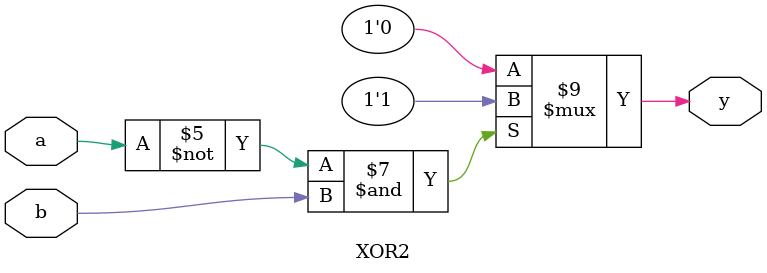
<source format=v>
`timescale 1ns / 1ps

module XOR2(
    input a, b,
    output reg y
    );
    always @(a or b) begin
        if (a == 1 & b == 0) begin
            y=1;
        end
        if (a == 0 & b == 1) begin
            y=1;
        end
        else 
            y=0;
end

endmodule

</source>
